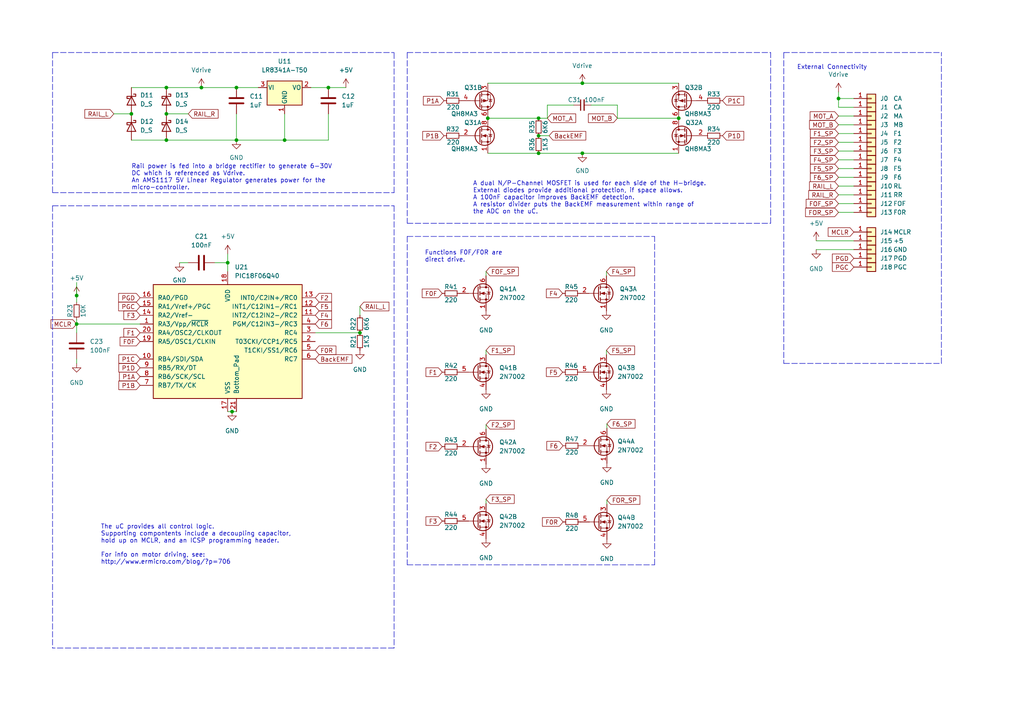
<source format=kicad_sch>
(kicad_sch (version 20211123) (generator eeschema)
  (paper "A4")
  (lib_symbols
    (symbol "Connector_Generic:Conn_01x01" (pin_names (offset 1.016) hide)
      (property "Reference" "J" (at 0 2.54 0))
      (property "Value" "Conn_01x01" (at 0 -2.54 0))
      (symbol "Conn_01x01_1_1"
        (rectangle (start -1.27 0.127) (end 0 -0.127) (stroke (width 0.1524)))
        (rectangle (start -1.27 1.27) (end 1.27 -1.27) (stroke (width 0.254)) (fill (type background)))
        (pin passive line (at -5.08 0 0) (length 3.81) (name "Pin_1") (number "1"))
      )
    )
    (symbol "DCC Project Symbols:PIC18F06Q40" (pin_names (offset 1.27))
      (property "Reference" "U" (at -20.32 17.78 0))
      (property "Value" "PIC18F06Q40" (at 24.13 -17.78 0))
      (symbol "PIC18F06Q40_0_1"
        (rectangle (start -21.59 16.51) (end 21.59 -16.51) (stroke (width 0.254)) (fill (type background)))
      )
      (symbol "PIC18F06Q40_1_1"
        (pin bidirectional line (at -25.4 5.08 0) (length 3.81) (name "RA3/Vpp/~{MCLR}") (number "1"))
        (pin bidirectional line (at -25.4 -5.08 0) (length 3.81) (name "RB4/SDI/SDA") (number "10"))
        (pin bidirectional line (at 25.4 7.62 180) (length 3.81) (name "INT2/C12IN2-/RC2") (number "11"))
        (pin bidirectional line (at 25.4 10.16 180) (length 3.81) (name "INT1/C12IN1-/RC1") (number "12"))
        (pin bidirectional line (at 25.4 12.7 180) (length 3.81) (name "INT0/C2IN+/RC0") (number "13"))
        (pin input line (at -25.4 7.62 0) (length 3.81) (name "RA2/Vref-") (number "14"))
        (pin bidirectional line (at -25.4 10.16 0) (length 3.81) (name "RA1/Vref+/PGC") (number "15"))
        (pin bidirectional line (at -25.4 12.7 0) (length 3.81) (name "RA0/PGD") (number "16"))
        (pin power_in line (at 0 -20.32 90) (length 3.81) (name "VSS") (number "17"))
        (pin power_in line (at 0 20.32 270) (length 3.81) (name "VDD") (number "18"))
        (pin bidirectional line (at -25.4 0 0) (length 3.81) (name "RA5/OSC1/CLKIN") (number "19"))
        (pin bidirectional line (at 25.4 0 180) (length 3.81) (name "T03CKI/CCP1/RC5") (number "2"))
        (pin bidirectional line (at -25.4 2.54 0) (length 3.81) (name "RA4/OSC2/CLKOUT") (number "20"))
        (pin power_in line (at 2.54 -20.32 90) (length 3.81) (name "Bottom_Pad") (number "21"))
        (pin bidirectional line (at 25.4 2.54 180) (length 3.81) (name "RC4") (number "3"))
        (pin bidirectional line (at 25.4 5.08 180) (length 3.81) (name "PGM/C12IN3-/RC3") (number "4"))
        (pin bidirectional line (at 25.4 -2.54 180) (length 3.81) (name "T1CKI/SS1/RC6") (number "5"))
        (pin bidirectional line (at 25.4 -5.08 180) (length 3.81) (name "RC7") (number "6"))
        (pin bidirectional line (at -25.4 -12.7 0) (length 3.81) (name "RB7/TX/CK") (number "7"))
        (pin bidirectional line (at -25.4 -10.16 0) (length 3.81) (name "RB6/SCK/SCL") (number "8"))
        (pin bidirectional line (at -25.4 -7.62 0) (length 3.81) (name "RB5/RX/DT") (number "9"))
      )
    )
    (symbol "Device:C" (pin_numbers hide) (pin_names (offset 0.254))
      (property "Reference" "C" (at 0.635 2.54 0))
      (property "Value" "C" (at 0.635 -2.54 0))
      (symbol "C_0_1"
        (polyline (pts (xy -2.032 -0.762) (xy 2.032 -0.762)) (stroke (width 0.508)))
        (polyline (pts (xy -2.032 0.762) (xy 2.032 0.762)) (stroke (width 0.508)))
      )
      (symbol "C_1_1"
        (pin passive line (at 0 3.81 270) (length 2.794) (name "~") (number "1"))
        (pin passive line (at 0 -3.81 90) (length 2.794) (name "~") (number "2"))
      )
    )
    (symbol "Device:C_Small" (pin_numbers hide) (pin_names (offset 0.254) hide)
      (property "Reference" "C" (at 0.254 1.778 0))
      (property "Value" "C_Small" (at 0.254 -2.032 0))
      (symbol "C_Small_0_1"
        (polyline (pts (xy -1.524 -0.508) (xy 1.524 -0.508)) (stroke (width 0.3302)))
        (polyline (pts (xy -1.524 0.508) (xy 1.524 0.508)) (stroke (width 0.3048)))
      )
      (symbol "C_Small_1_1"
        (pin passive line (at 0 2.54 270) (length 2.032) (name "~") (number "1"))
        (pin passive line (at 0 -2.54 90) (length 2.032) (name "~") (number "2"))
      )
    )
    (symbol "Device:D_Schottky" (pin_numbers hide) (pin_names (offset 1.016) hide)
      (property "Reference" "D" (at 0 2.54 0))
      (property "Value" "D_Schottky" (at 0 -2.54 0))
      (symbol "D_Schottky_0_1"
        (polyline (pts (xy 1.27 0) (xy -1.27 0)))
        (polyline (pts (xy 1.27 1.27) (xy 1.27 -1.27) (xy -1.27 0) (xy 1.27 1.27)) (stroke (width 0.254)))
        (polyline (pts (xy -1.905 0.635) (xy -1.905 1.27) (xy -1.27 1.27) (xy -1.27 -1.27) (xy -0.635 -1.27) (xy -0.635 -0.635)) (stroke (width 0.254)))
      )
      (symbol "D_Schottky_1_1"
        (pin passive line (at -3.81 0 0) (length 2.54) (name "K") (number "1"))
        (pin passive line (at 3.81 0 180) (length 2.54) (name "A") (number "2"))
      )
    )
    (symbol "Device:R_Small" (pin_numbers hide) (pin_names (offset 0.254) hide)
      (property "Reference" "R" (at 0.762 0.508 0))
      (property "Value" "R_Small" (at 0.762 -1.016 0))
      (symbol "R_Small_0_1"
        (rectangle (start -0.762 1.778) (end 0.762 -1.778) (stroke (width 0.2032)))
      )
      (symbol "R_Small_1_1"
        (pin passive line (at 0 2.54 270) (length 0.762) (name "~") (number "1"))
        (pin passive line (at 0 -2.54 90) (length 0.762) (name "~") (number "2"))
      )
    )
    (symbol "Leo's Library:TPC8408" (pin_names hide)
      (property "Reference" "Q" (at 5.08 1.905 0))
      (property "Value" "TPC8408" (at 5.08 0 0))
      (symbol "TPC8408_0_1"
        (polyline (pts (xy 0.254 0) (xy -2.54 0)))
        (polyline (pts (xy 0.254 1.905) (xy 0.254 -1.905)) (stroke (width 0.254)))
        (polyline (pts (xy 0.762 -1.27) (xy 0.762 -2.286)) (stroke (width 0.254)))
        (polyline (pts (xy 0.762 0.508) (xy 0.762 -0.508)) (stroke (width 0.254)))
        (polyline (pts (xy 0.762 2.286) (xy 0.762 1.27)) (stroke (width 0.254)))
        (polyline (pts (xy 2.54 2.54) (xy 2.54 1.778)))
        (polyline (pts (xy 2.54 -2.54) (xy 2.54 0) (xy 0.762 0)))
        (polyline (pts (xy 0.762 -1.778) (xy 3.302 -1.778) (xy 3.302 1.778) (xy 0.762 1.778)))
        (circle (center 1.651 0) (radius 2.794) (stroke (width 0.254)))
        (circle (center 2.54 -1.778) (radius 0.254) (fill (type outline)))
        (circle (center 2.54 1.778) (radius 0.254) (fill (type outline)))
      )
      (symbol "TPC8408_1_1"
        (polyline (pts (xy 1.016 0) (xy 2.032 0.381) (xy 2.032 -0.381) (xy 1.016 0)) (fill (type outline)))
        (polyline (pts (xy 2.794 0.508) (xy 2.921 0.381) (xy 3.683 0.381) (xy 3.81 0.254)))
        (polyline (pts (xy 3.302 0.381) (xy 2.921 -0.254) (xy 3.683 -0.254) (xy 3.302 0.381)))
        (pin passive line (at 2.54 -5.08 90) (length 2.54) (name "S") (number "1"))
        (pin input line (at -5.08 0 0) (length 2.54) (name "G") (number "2"))
        (pin passive line (at 2.54 5.08 270) (length 2.54) hide (name "D") (number "7"))
        (pin passive line (at 2.54 5.08 270) (length 2.54) (name "D") (number "8"))
      )
      (symbol "TPC8408_2_1"
        (polyline (pts (xy 2.286 0) (xy 1.27 0.381) (xy 1.27 -0.381) (xy 2.286 0)) (fill (type outline)))
        (polyline (pts (xy 2.794 -0.508) (xy 2.921 -0.381) (xy 3.683 -0.381) (xy 3.81 -0.254)))
        (polyline (pts (xy 3.302 -0.381) (xy 2.921 0.254) (xy 3.683 0.254) (xy 3.302 -0.381)))
        (pin passive line (at 2.54 -5.08 90) (length 2.54) (name "1") (number "3"))
        (pin input line (at -5.08 0 0) (length 2.54) (name "G") (number "4"))
        (pin passive line (at 2.54 5.08 270) (length 2.54) hide (name "D") (number "5"))
        (pin passive line (at 2.54 5.08 270) (length 2.54) (name "D") (number "6"))
      )
    )
    (symbol "Regulator_Linear:AMS1117-5.0" (pin_names (offset 0.254))
      (property "Reference" "U" (at -3.81 3.175 0))
      (property "Value" "AMS1117-5.0" (at 0 3.175 0))
      (symbol "AMS1117-5.0_0_1"
        (rectangle (start -5.08 -5.08) (end 5.08 1.905) (stroke (width 0.254)) (fill (type background)))
      )
      (symbol "AMS1117-5.0_1_1"
        (pin power_in line (at 0 -7.62 90) (length 2.54) (name "GND") (number "1"))
        (pin power_out line (at 7.62 0 180) (length 2.54) (name "VO") (number "2"))
        (pin power_in line (at -7.62 0 0) (length 2.54) (name "VI") (number "3"))
      )
    )
    (symbol "Transistor_FET:FDG1024NZ" (pin_names hide)
      (property "Reference" "Q" (at 5.08 1.905 0))
      (property "Value" "FDG1024NZ" (at 5.08 0 0))
      (symbol "FDG1024NZ_0_1"
        (polyline (pts (xy 0.254 0) (xy -2.54 0)))
        (polyline (pts (xy 0.254 1.905) (xy 0.254 -1.905)) (stroke (width 0.254)))
        (polyline (pts (xy 0.762 -1.27) (xy 0.762 -2.286)) (stroke (width 0.254)))
        (polyline (pts (xy 0.762 0.508) (xy 0.762 -0.508)) (stroke (width 0.254)))
        (polyline (pts (xy 0.762 2.286) (xy 0.762 1.27)) (stroke (width 0.254)))
        (polyline (pts (xy 2.54 2.54) (xy 2.54 1.778)))
        (polyline (pts (xy 2.54 -2.54) (xy 2.54 0) (xy 0.762 0)))
        (polyline (pts (xy 0.762 -1.778) (xy 3.302 -1.778) (xy 3.302 1.778) (xy 0.762 1.778)))
        (polyline (pts (xy 1.016 0) (xy 2.032 0.381) (xy 2.032 -0.381) (xy 1.016 0)) (fill (type outline)))
        (polyline (pts (xy 2.794 0.508) (xy 2.921 0.381) (xy 3.683 0.381) (xy 3.81 0.254)))
        (polyline (pts (xy 3.302 0.381) (xy 2.921 -0.254) (xy 3.683 -0.254) (xy 3.302 0.381)))
        (circle (center 1.651 0) (radius 2.794) (stroke (width 0.254)))
        (circle (center 2.54 -1.778) (radius 0.254) (fill (type outline)))
        (circle (center 2.54 1.778) (radius 0.254) (fill (type outline)))
      )
      (symbol "FDG1024NZ_1_1"
        (pin passive line (at 2.54 -5.08 90) (length 2.54) (name "S") (number "1"))
        (pin passive line (at -5.08 0 0) (length 2.54) (name "G") (number "2"))
        (pin passive line (at 2.54 5.08 270) (length 2.54) (name "D") (number "6"))
      )
      (symbol "FDG1024NZ_2_1"
        (pin passive line (at 2.54 5.08 270) (length 2.54) (name "D") (number "3"))
        (pin passive line (at 2.54 -5.08 90) (length 2.54) (name "S") (number "4"))
        (pin passive line (at -5.08 0 0) (length 2.54) (name "G") (number "5"))
      )
    )
    (symbol "power:+5V" (power) (pin_names (offset 0))
      (property "Value" "+5V" (at 0 3.556 0))
      (symbol "+5V_0_1"
        (polyline (pts (xy -0.762 1.27) (xy 0 2.54)))
        (polyline (pts (xy 0 0) (xy 0 2.54)))
        (polyline (pts (xy 0 2.54) (xy 0.762 1.27)))
      )
      (symbol "+5V_1_1"
        (pin power_in line (at 0 0 90) (length 0) hide (name "+5V") (number "1"))
      )
    )
    (symbol "power:GND" (power) (pin_names (offset 0))
      (property "Value" "GND" (at 0 -3.81 0))
      (symbol "GND_0_1"
        (polyline (pts (xy 0 0) (xy 0 -1.27) (xy 1.27 -1.27) (xy 0 -2.54) (xy -1.27 -1.27) (xy 0 -1.27)))
      )
      (symbol "GND_1_1"
        (pin power_in line (at 0 0 270) (length 0) hide (name "GND") (number "1"))
      )
    )
    (symbol "power:Vdrive" (power) (pin_names (offset 0))
      (property "Value" "Vdrive" (at 0 3.81 0))
      (symbol "Vdrive_0_1"
        (polyline (pts (xy -0.762 1.27) (xy 0 2.54)))
        (polyline (pts (xy 0 0) (xy 0 2.54)))
        (polyline (pts (xy 0 2.54) (xy 0.762 1.27)))
      )
      (symbol "Vdrive_1_1"
        (pin power_in line (at 0 0 90) (length 0) hide (name "Vdrive") (number "1"))
      )
    )
  )
  (junction (at 68.58 25.4))
  (junction (at 48.26 33.02))
  (junction (at 58.42 25.4))
  (junction (at 168.91 24.13))
  (junction (at 156.21 34.29))
  (junction (at 66.04 76.2))
  (junction (at 104.394 96.52))
  (junction (at 48.26 40.64))
  (junction (at 168.91 44.45))
  (junction (at 95.25 25.4))
  (junction (at 22.225 85.725))
  (junction (at 68.58 40.64))
  (junction (at 196.85 34.29))
  (junction (at 243.205 28.575))
  (junction (at 48.26 25.4))
  (junction (at 156.21 44.45))
  (junction (at 38.1 33.02))
  (junction (at 141.478 34.29))
  (junction (at 22.225 93.98))
  (junction (at 67.31 119.38))
  (junction (at 82.55 40.64))
  (junction (at 156.21 39.37))
  (wire (pts (xy 156.21 39.37) (xy 159.258 39.37)))
  (wire (pts (xy 243.205 53.975) (xy 247.65 53.975)))
  (wire (pts (xy 82.55 40.64) (xy 82.55 33.02)))
  (wire (pts (xy 176.022 145.034) (xy 176.022 146.304)))
  (wire (pts (xy 175.895 78.74) (xy 175.895 80.01)))
  (wire (pts (xy 52.07 76.2) (xy 54.61 76.2)))
  (wire (pts (xy 243.205 59.055) (xy 247.65 59.055)))
  (wire (pts (xy 140.97 78.74) (xy 140.97 80.01)))
  (wire (pts (xy 68.58 33.02) (xy 68.58 40.64)))
  (wire (pts (xy 236.728 72.39) (xy 247.65 72.39)))
  (wire (pts (xy 140.97 144.78) (xy 140.97 146.05)))
  (wire (pts (xy 243.205 31.115) (xy 247.65 31.115)))
  (wire (pts (xy 168.91 24.13) (xy 196.85 24.13)))
  (wire (pts (xy 95.25 25.4) (xy 100.33 25.4)))
  (wire (pts (xy 67.31 119.38) (xy 68.58 119.38)))
  (polyline (pts (xy 227.33 15.24) (xy 273.05 15.24)))
  (wire (pts (xy 141.478 44.45) (xy 156.21 44.45)))
  (wire (pts (xy 141.478 34.29) (xy 156.21 34.29)))
  (wire (pts (xy 66.04 73.66) (xy 66.04 76.2)))
  (wire (pts (xy 140.97 101.6) (xy 140.97 102.87)))
  (wire (pts (xy 58.42 25.4) (xy 68.58 25.4)))
  (wire (pts (xy 22.225 92.71) (xy 22.225 93.98)))
  (wire (pts (xy 82.55 40.64) (xy 95.25 40.64)))
  (wire (pts (xy 243.205 38.735) (xy 247.65 38.735)))
  (wire (pts (xy 48.26 40.64) (xy 68.58 40.64)))
  (polyline (pts (xy 273.05 105.41) (xy 273.05 15.24)))
  (wire (pts (xy 243.205 48.895) (xy 247.65 48.895)))
  (wire (pts (xy 243.205 43.815) (xy 247.65 43.815)))
  (wire (pts (xy 156.21 34.29) (xy 158.75 34.29)))
  (wire (pts (xy 243.205 33.655) (xy 247.65 33.655)))
  (wire (pts (xy 243.205 56.515) (xy 247.65 56.515)))
  (polyline (pts (xy 118.11 64.77) (xy 223.52 64.77)))
  (wire (pts (xy 243.205 61.595) (xy 247.65 61.595)))
  (polyline (pts (xy 227.33 15.24) (xy 227.33 105.41)))
  (wire (pts (xy 91.44 96.52) (xy 104.394 96.52)))
  (wire (pts (xy 156.21 44.45) (xy 168.91 44.45)))
  (wire (pts (xy 243.205 51.435) (xy 247.65 51.435)))
  (wire (pts (xy 48.26 33.02) (xy 54.61 33.02)))
  (polyline (pts (xy 227.33 105.41) (xy 273.05 105.41)))
  (wire (pts (xy 140.97 123.19) (xy 140.97 124.46)))
  (wire (pts (xy 33.02 33.02) (xy 38.1 33.02)))
  (wire (pts (xy 38.1 25.4) (xy 48.26 25.4)))
  (wire (pts (xy 22.225 85.725) (xy 22.225 87.63)))
  (wire (pts (xy 176.022 122.936) (xy 176.022 124.206)))
  (wire (pts (xy 95.25 33.02) (xy 95.25 40.64)))
  (wire (pts (xy 243.205 28.575) (xy 243.205 31.115)))
  (wire (pts (xy 243.205 26.67) (xy 243.205 28.575)))
  (polyline (pts (xy 118.11 68.58) (xy 118.11 163.83)))
  (polyline (pts (xy 223.52 64.77) (xy 223.52 15.24)))
  (polyline (pts (xy 118.11 68.58) (xy 189.865 68.58)))
  (wire (pts (xy 68.58 40.64) (xy 82.55 40.64)))
  (polyline (pts (xy 118.11 15.24) (xy 223.52 15.24)))
  (wire (pts (xy 66.04 76.2) (xy 66.04 78.74)))
  (wire (pts (xy 68.58 25.4) (xy 74.93 25.4)))
  (wire (pts (xy 175.895 101.6) (xy 175.895 102.87)))
  (wire (pts (xy 243.205 41.275) (xy 247.65 41.275)))
  (wire (pts (xy 62.23 76.2) (xy 66.04 76.2)))
  (polyline (pts (xy 118.11 15.24) (xy 118.11 64.77)))
  (wire (pts (xy 179.07 30.48) (xy 179.07 34.29)))
  (wire (pts (xy 22.225 85.725) (xy 22.225 81.915)))
  (polyline (pts (xy 15.24 15.24) (xy 114.3 15.24)))
  (wire (pts (xy 158.75 30.48) (xy 158.75 34.29)))
  (wire (pts (xy 166.37 30.48) (xy 158.75 30.48)))
  (wire (pts (xy 90.17 25.4) (xy 95.25 25.4)))
  (wire (pts (xy 243.205 46.355) (xy 247.65 46.355)))
  (wire (pts (xy 141.478 24.13) (xy 168.91 24.13)))
  (wire (pts (xy 243.205 28.575) (xy 247.65 28.575)))
  (polyline (pts (xy 118.11 163.83) (xy 189.865 163.83)))
  (wire (pts (xy 179.07 34.29) (xy 196.85 34.29)))
  (wire (pts (xy 48.26 25.4) (xy 58.42 25.4)))
  (wire (pts (xy 66.04 119.38) (xy 67.31 119.38)))
  (wire (pts (xy 22.225 104.14) (xy 22.225 105.41)))
  (wire (pts (xy 243.205 36.195) (xy 247.65 36.195)))
  (wire (pts (xy 236.728 69.85) (xy 247.65 69.85)))
  (wire (pts (xy 22.225 93.98) (xy 22.225 96.52)))
  (polyline (pts (xy 15.24 15.24) (xy 15.24 55.88)))
  (wire (pts (xy 22.225 93.98) (xy 40.64 93.98)))
  (polyline (pts (xy 114.3 55.88) (xy 114.3 15.24)))
  (polyline (pts (xy 189.865 163.83) (xy 189.865 68.58)))
  (polyline (pts (xy 114.3 187.96) (xy 15.24 187.96)))
  (polyline (pts (xy 15.24 59.69) (xy 15.24 187.96)))
  (wire (pts (xy 38.1 40.64) (xy 48.26 40.64)))
  (wire (pts (xy 171.45 30.48) (xy 179.07 30.48)))
  (wire (pts (xy 168.91 44.45) (xy 196.85 44.45)))
  (wire (pts (xy 104.394 88.9) (xy 104.394 91.44)))
  (polyline (pts (xy 15.24 59.69) (xy 114.3 59.69)))
  (polyline (pts (xy 114.3 59.69) (xy 114.3 187.96)))
  (polyline (pts (xy 15.24 55.88) (xy 114.3 55.88)))
  (text "External Connectivity" (at 231.14 20.32 0) (effects (font (size 1.27 1.27)) (justify left bottom)))
  (text "The uC provides all control logic.\nSupporting compontents include a decoupling capacitor,\nhold up on MCLR, and an ICSP programming header.\n\nFor info on motor driving, see:\nhttp://www.ermicro.com/blog/?p=706" (at 29.21 163.83 0) (effects (font (size 1.27 1.27)) (justify left bottom)))
  (text "A dual N/P-Channel MOSFET is used for each side of the H-bridge.\nExternal diodes provide additional protection, if space allows.\nA 100nF capacitor improves BackEMF detection.\nA resistor divider puts the BackEMF measurement within range of\nthe ADC on the uC." (at 137.16 62.23 0) (effects (font (size 1.27 1.27)) (justify left bottom)))
  (text "Functions F0F/F0R are \ndirect drive." (at 123.19 76.2 0) (effects (font (size 1.27 1.27)) (justify left bottom)))
  (text "Rail power is fed into a bridge rectifier to generate 6-30V\nDC which is referenced as Vdrive.\nAn AMS1117 5V Linear Regulator generates power for the\nmicro-controller." (at 38.1 55.245 0) (effects (font (size 1.27 1.27)) (justify left bottom)))
  (global_label "F2" (shape input) (at 128.27 129.54 180) (property "Intersheet References" "${INTERSHEET_REFS}" (effects hide)))
  (global_label "PGD" (shape input) (at 40.64 86.36 180) (property "Intersheet References" "${INTERSHEET_REFS}" (effects hide)))
  (global_label "RAIL_L" (shape input) (at 243.205 53.975 180) (property "Intersheet References" "${INTERSHEET_REFS}" (effects hide)))
  (global_label "MOT_A" (shape input) (at 243.205 33.655 180) (property "Intersheet References" "${INTERSHEET_REFS}" (effects hide)))
  (global_label "RAIL_L" (shape input) (at 33.02 33.02 180) (property "Intersheet References" "${INTERSHEET_REFS}" (effects hide)))
  (global_label "P1A" (shape input) (at 40.64 109.22 180) (property "Intersheet References" "${INTERSHEET_REFS}" (effects hide)))
  (global_label "F0F" (shape input) (at 128.27 85.09 180) (property "Intersheet References" "${INTERSHEET_REFS}" (effects hide)))
  (global_label "MOT_B" (shape input) (at 179.07 34.29 180) (property "Intersheet References" "${INTERSHEET_REFS}" (effects hide)))
  (global_label "BackEMF" (shape input) (at 159.258 39.37 0) (property "Intersheet References" "${INTERSHEET_REFS}" (effects hide)))
  (global_label "MCLR" (shape input) (at 22.225 93.98 180) (property "Intersheet References" "${INTERSHEET_REFS}" (effects hide)))
  (global_label "P1B" (shape input) (at 40.64 111.76 180) (property "Intersheet References" "${INTERSHEET_REFS}" (effects hide)))
  (global_label "F1" (shape input) (at 128.27 107.95 180) (property "Intersheet References" "${INTERSHEET_REFS}" (effects hide)))
  (global_label "FOR_SP" (shape input) (at 176.022 145.034 0) (property "Intersheet References" "${INTERSHEET_REFS}" (effects hide)))
  (global_label "RAIL_L" (shape input) (at 104.394 88.9 0) (property "Intersheet References" "${INTERSHEET_REFS}" (effects hide)))
  (global_label "MCLR" (shape input) (at 247.65 67.31 180) (property "Intersheet References" "${INTERSHEET_REFS}" (effects hide)))
  (global_label "F4" (shape input) (at 163.195 85.09 180) (property "Intersheet References" "${INTERSHEET_REFS}" (effects hide)))
  (global_label "P1C" (shape input) (at 209.55 29.21 0) (property "Intersheet References" "${INTERSHEET_REFS}" (effects hide)))
  (global_label "F6" (shape input) (at 163.322 129.286 180) (property "Intersheet References" "${INTERSHEET_REFS}" (effects hide)))
  (global_label "F0R" (shape input) (at 163.322 151.384 180) (property "Intersheet References" "${INTERSHEET_REFS}" (effects hide)))
  (global_label "P1C" (shape input) (at 40.64 104.14 180) (property "Intersheet References" "${INTERSHEET_REFS}" (effects hide)))
  (global_label "F4_SP" (shape input) (at 243.205 46.355 180) (property "Intersheet References" "${INTERSHEET_REFS}" (effects hide)))
  (global_label "F5" (shape input) (at 91.44 88.9 0) (property "Intersheet References" "${INTERSHEET_REFS}" (effects hide)))
  (global_label "F0R" (shape input) (at 91.44 101.6 0) (property "Intersheet References" "${INTERSHEET_REFS}" (effects hide)))
  (global_label "F0F" (shape input) (at 40.64 99.06 180) (property "Intersheet References" "${INTERSHEET_REFS}" (effects hide)))
  (global_label "F2" (shape input) (at 91.44 86.36 0) (property "Intersheet References" "${INTERSHEET_REFS}" (effects hide)))
  (global_label "RAIL_R" (shape input) (at 54.61 33.02 0) (property "Intersheet References" "${INTERSHEET_REFS}" (effects hide)))
  (global_label "F6_SP" (shape input) (at 176.022 122.936 0) (property "Intersheet References" "${INTERSHEET_REFS}" (effects hide)))
  (global_label "F4_SP" (shape input) (at 175.895 78.74 0) (property "Intersheet References" "${INTERSHEET_REFS}" (effects hide)))
  (global_label "RAIL_R" (shape input) (at 243.205 56.515 180) (property "Intersheet References" "${INTERSHEET_REFS}" (effects hide)))
  (global_label "PGC" (shape input) (at 40.64 88.9 180) (property "Intersheet References" "${INTERSHEET_REFS}" (effects hide)))
  (global_label "F3_SP" (shape input) (at 243.205 43.815 180) (property "Intersheet References" "${INTERSHEET_REFS}" (effects hide)))
  (global_label "FOF_SP" (shape input) (at 243.205 59.055 180) (property "Intersheet References" "${INTERSHEET_REFS}" (effects hide)))
  (global_label "F3_SP" (shape input) (at 140.97 144.78 0) (property "Intersheet References" "${INTERSHEET_REFS}" (effects hide)))
  (global_label "F3" (shape input) (at 128.27 151.13 180) (property "Intersheet References" "${INTERSHEET_REFS}" (effects hide)))
  (global_label "F1_SP" (shape input) (at 140.97 101.6 0) (property "Intersheet References" "${INTERSHEET_REFS}" (effects hide)))
  (global_label "F5" (shape input) (at 163.195 107.95 180) (property "Intersheet References" "${INTERSHEET_REFS}" (effects hide)))
  (global_label "F6" (shape input) (at 91.44 93.98 0) (property "Intersheet References" "${INTERSHEET_REFS}" (effects hide)))
  (global_label "BackEMF" (shape input) (at 91.44 104.14 0) (property "Intersheet References" "${INTERSHEET_REFS}" (effects hide)))
  (global_label "F4" (shape input) (at 91.44 91.44 0) (property "Intersheet References" "${INTERSHEET_REFS}" (effects hide)))
  (global_label "PGC" (shape input) (at 247.65 77.47 180) (property "Intersheet References" "${INTERSHEET_REFS}" (effects hide)))
  (global_label "P1D" (shape input) (at 209.55 39.37 0) (property "Intersheet References" "${INTERSHEET_REFS}" (effects hide)))
  (global_label "F6_SP" (shape input) (at 243.205 51.435 180) (property "Intersheet References" "${INTERSHEET_REFS}" (effects hide)))
  (global_label "MOT_A" (shape input) (at 158.75 34.29 0) (property "Intersheet References" "${INTERSHEET_REFS}" (effects hide)))
  (global_label "MOT_B" (shape input) (at 243.205 36.195 180) (property "Intersheet References" "${INTERSHEET_REFS}" (effects hide)))
  (global_label "PGD" (shape input) (at 247.65 74.93 180) (property "Intersheet References" "${INTERSHEET_REFS}" (effects hide)))
  (global_label "F1" (shape input) (at 40.64 96.52 180) (property "Intersheet References" "${INTERSHEET_REFS}" (effects hide)))
  (global_label "F1_SP" (shape input) (at 243.205 38.735 180) (property "Intersheet References" "${INTERSHEET_REFS}" (effects hide)))
  (global_label "FOF_SP" (shape input) (at 140.97 78.74 0) (property "Intersheet References" "${INTERSHEET_REFS}" (effects hide)))
  (global_label "F3" (shape input) (at 40.64 91.44 180) (property "Intersheet References" "${INTERSHEET_REFS}" (effects hide)))
  (global_label "P1A" (shape input) (at 128.778 29.21 180) (property "Intersheet References" "${INTERSHEET_REFS}" (effects hide)))
  (global_label "F2_SP" (shape input) (at 140.97 123.19 0) (property "Intersheet References" "${INTERSHEET_REFS}" (effects hide)))
  (global_label "P1B" (shape input) (at 128.778 39.37 180) (property "Intersheet References" "${INTERSHEET_REFS}" (effects hide)))
  (global_label "F5_SP" (shape input) (at 175.895 101.6 0) (property "Intersheet References" "${INTERSHEET_REFS}" (effects hide)))
  (global_label "P1D" (shape input) (at 40.64 106.68 180) (property "Intersheet References" "${INTERSHEET_REFS}" (effects hide)))
  (global_label "FOR_SP" (shape input) (at 243.205 61.595 180) (property "Intersheet References" "${INTERSHEET_REFS}" (effects hide)))
  (global_label "F2_SP" (shape input) (at 243.205 41.275 180) (property "Intersheet References" "${INTERSHEET_REFS}" (effects hide)))
  (global_label "F5_SP" (shape input) (at 243.205 48.895 180) (property "Intersheet References" "${INTERSHEET_REFS}" (effects hide)))
  (symbol (lib_id "power:GND") (at 236.728 72.39 0) (unit 1)
    (property "Reference" "#PWR0105" (effects hide))
    (property "Value" "GND" (at 236.728 77.978 0))
  )
  (symbol (lib_id "Connector_Generic:Conn_01x01") (at 252.73 41.275 0) (unit 1)
    (property "Reference" "J5" (at 255.27 41.275 0) (effects (justify left)))
    (property "Value" "F2" (at 259.08 41.275 0) (effects (justify left)))
    (property "Footprint" "Connector_Wire:SolderWirePad_1x01_SMD_1x2mm" (effects hide))
  )
  (symbol (lib_id "power:GND") (at 176.022 134.366 0) (unit 1)
    (property "Reference" "#PWR047" (effects hide))
    (property "Value" "GND" (at 176.022 139.954 0))
  )
  (symbol (lib_id "power:GND") (at 140.97 113.03 0) (unit 1)
    (property "Reference" "#PWR042" (effects hide))
    (property "Value" "GND" (at 140.97 118.618 0))
  )
  (symbol (lib_id "Connector_Generic:Conn_01x01") (at 252.73 69.85 0) (unit 1)
    (property "Reference" "J15" (at 255.27 69.85 0) (effects (justify left)))
    (property "Value" "+5" (at 259.08 69.85 0) (effects (justify left)))
    (property "Footprint" "Connector_Wire:SolderWirePad_1x01_SMD_1x2mm" (effects hide))
  )
  (symbol (lib_id "power:Vdrive") (at 168.91 24.13 0) (unit 1)
    (property "Reference" "#PWR0102" (effects hide))
    (property "Value" "Vdrive" (at 168.91 19.05 0))
  )
  (symbol (lib_id "Device:C") (at 22.225 100.33 180) (unit 1)
    (property "Reference" "C23" (at 26.035 99.0599 0) (effects (justify right)))
    (property "Value" "100nF" (at 26.035 101.5999 0) (effects (justify right)))
    (property "Footprint" "Capacitor_SMD:C_0201_0603Metric" (effects hide))
    (property "Datasheet" "Generic Passive" (effects hide))
    (property "Specification" "0402 50V 100nF X7R 10%" (effects hide))
  )
  (symbol (lib_id "Leo's Library:TPC8408") (at 199.39 29.21 180) (unit 2)
    (property "Reference" "Q32" (at 203.835 25.4 0) (effects (justify left)))
    (property "Value" "QH8MA3" (at 206.375 33.02 0) (effects (justify left)))
    (property "Footprint" "DCC Project Footprints:TSMT8" (effects hide))
    (property "Datasheet" "https://www.rohm.com/products/mosfets/small-signal/dual/qh8ma3-product" (effects hide))
    (property "Specification" "TSMT8, Vdss 30V, Id 7A" (effects hide))
  )
  (symbol (lib_id "Connector_Generic:Conn_01x01") (at 252.73 48.895 0) (unit 1)
    (property "Reference" "J8" (at 255.27 48.895 0) (effects (justify left)))
    (property "Value" "F5" (at 259.08 48.895 0) (effects (justify left)))
    (property "Footprint" "Connector_Wire:SolderWirePad_1x01_SMD_1x2mm" (effects hide))
  )
  (symbol (lib_id "power:GND") (at 175.895 113.03 0) (unit 1)
    (property "Reference" "#PWR046" (effects hide))
    (property "Value" "GND" (at 175.895 118.618 0))
  )
  (symbol (lib_id "Device:D_Schottky") (at 38.1 36.83 270) (unit 1)
    (property "Reference" "D12" (at 40.64 35.2424 90) (effects (justify left)))
    (property "Value" "D_S" (at 40.64 37.7824 90) (effects (justify left)))
    (property "Footprint" "Diode_SMD:D_SOD-523" (effects hide))
    (property "Datasheet" "https://datasheet.lcsc.com/lcsc/2208261730_BORN-B5819WT_C2997265.pdf" (effects hide))
    (property "Specification" "SOD-523, 50V, 1A Schottky barrier rectifier diode" (effects hide))
  )
  (symbol (lib_id "Connector_Generic:Conn_01x01") (at 252.73 46.355 0) (unit 1)
    (property "Reference" "J7" (at 255.27 46.355 0) (effects (justify left)))
    (property "Value" "F4" (at 259.08 46.355 0) (effects (justify left)))
    (property "Footprint" "Connector_Wire:SolderWirePad_1x01_SMD_1x2mm" (effects hide))
  )
  (symbol (lib_id "Device:R_Small") (at 165.735 85.09 90) (unit 1)
    (property "Reference" "R45" (at 165.735 83.185 90))
    (property "Value" "220" (at 165.735 86.995 90))
    (property "Footprint" "Resistor_SMD:R_0201_0603Metric" (effects hide))
    (property "Datasheet" "Generic Passive" (effects hide))
    (property "Specification" "0402 220 Ω 1% 1/8W" (effects hide))
  )
  (symbol (lib_id "Connector_Generic:Conn_01x01") (at 252.73 77.47 0) (unit 1)
    (property "Reference" "J18" (at 255.27 77.47 0) (effects (justify left)))
    (property "Value" "PGC" (at 259.08 77.47 0) (effects (justify left)))
    (property "Footprint" "Connector_Wire:SolderWirePad_1x01_SMD_1x2mm" (effects hide))
  )
  (symbol (lib_id "Transistor_FET:FDG1024NZ") (at 138.43 129.54 0) (unit 1)
    (property "Reference" "Q42" (at 144.78 128.2699 0) (effects (justify left)))
    (property "Value" "2N7002" (at 144.78 130.8099 0) (effects (justify left)))
    (property "Footprint" "Package_TO_SOT_SMD:SOT-363_SC-70-6" (effects hide))
    (property "Datasheet" "https://datasheet.lcsc.com/lcsc/2010151636_FUXINSEMI-2N7002KD_C880912.pdf" (effects hide))
    (property "Specification" "SOT-363, 2xNPN Vdss 60V Id 300ma" (effects hide))
  )
  (symbol (lib_id "power:GND") (at 67.31 119.38 0) (unit 1)
    (property "Reference" "#PWR023" (effects hide))
    (property "Value" "GND" (at 67.31 124.968 0))
  )
  (symbol (lib_id "Device:R_Small") (at 104.394 93.98 0) (mirror y) (unit 1)
    (property "Reference" "R22" (at 102.489 93.98 90))
    (property "Value" "6K6" (at 106.299 93.98 90))
    (property "Footprint" "Resistor_SMD:R_0201_0603Metric" (effects hide))
    (property "Datasheet" "Generic Passive" (effects hide))
    (property "Specification" "0402 6.65K Ω 1% 1/8W" (effects hide))
  )
  (symbol (lib_id "Device:R_Small") (at 156.21 41.91 180) (unit 1)
    (property "Reference" "R36" (at 154.305 41.91 90))
    (property "Value" "1K3" (at 158.115 41.91 90))
    (property "Footprint" "Resistor_SMD:R_0201_0603Metric" (effects hide))
    (property "Datasheet" "Generic Passive" (effects hide))
    (property "Specification" "0402 1.33K Ω 1% 1/8W" (effects hide))
  )
  (symbol (lib_id "Regulator_Linear:AMS1117-5.0") (at 82.55 25.4 0) (unit 1)
    (property "Reference" "U11" (at 82.55 17.78 0))
    (property "Value" "LR8341A-T50" (at 82.55 20.32 0))
    (property "Footprint" "Package_TO_SOT_SMD:SOT-23" (effects hide))
    (property "Datasheet" "https://datasheet.lcsc.com/lcsc/2105241807_LR-LR8341A-T50_C2829466.pdf" (effects hide))
    (property "Specification" "5V Linear Regulator" (effects hide))
  )
  (symbol (lib_id "Transistor_FET:FDG1024NZ") (at 173.482 151.384 0) (unit 2)
    (property "Reference" "Q44" (at 179.07 150.1139 0) (effects (justify left)))
    (property "Value" "2N7002" (at 179.07 152.6539 0) (effects (justify left)))
    (property "Footprint" "Package_TO_SOT_SMD:SOT-363_SC-70-6" (effects hide))
    (property "Datasheet" "https://datasheet.lcsc.com/lcsc/2010151636_FUXINSEMI-2N7002KD_C880912.pdf" (effects hide))
    (property "Specification" "SOT-363, 2xNPN Vdss 60V Id 300ma" (effects hide))
  )
  (symbol (lib_id "Connector_Generic:Conn_01x01") (at 252.73 33.655 0) (unit 1)
    (property "Reference" "J2" (at 255.27 33.655 0) (effects (justify left)))
    (property "Value" "MA" (at 259.08 33.655 0) (effects (justify left)))
    (property "Footprint" "Connector_Wire:SolderWirePad_1x01_SMD_1x2mm" (effects hide))
  )
  (symbol (lib_id "power:Vdrive") (at 58.42 25.4 0) (unit 1)
    (property "Reference" "#PWR0103" (effects hide))
    (property "Value" "Vdrive" (at 58.42 20.32 0))
  )
  (symbol (lib_id "power:GND") (at 52.07 76.2 0) (unit 1)
    (property "Reference" "#PWR021" (effects hide))
    (property "Value" "GND" (at 52.07 81.28 0))
  )
  (symbol (lib_id "Device:R_Small") (at 130.81 151.13 90) (unit 1)
    (property "Reference" "R44" (at 130.81 149.225 90))
    (property "Value" "220" (at 130.81 153.035 90))
    (property "Footprint" "Resistor_SMD:R_0201_0603Metric" (effects hide))
    (property "Datasheet" "Generic Passive" (effects hide))
    (property "Specification" "0402 220 Ω 1% 1/8W" (effects hide))
  )
  (symbol (lib_id "Connector_Generic:Conn_01x01") (at 252.73 53.975 0) (unit 1)
    (property "Reference" "J10" (at 255.27 53.975 0) (effects (justify left)))
    (property "Value" "RL" (at 259.08 53.975 0) (effects (justify left)))
    (property "Footprint" "Connector_Wire:SolderWirePad_1x01_SMD_1x2mm" (effects hide))
  )
  (symbol (lib_id "Device:R_Small") (at 207.01 29.21 90) (unit 1)
    (property "Reference" "R33" (at 207.01 27.305 90))
    (property "Value" "220" (at 207.01 31.115 90))
    (property "Footprint" "Resistor_SMD:R_0201_0603Metric" (effects hide))
    (property "Datasheet" "Generic Passive" (effects hide))
    (property "Specification" "0402 220 Ω 1% 1/8W" (effects hide))
  )
  (symbol (lib_id "power:GND") (at 140.97 90.17 0) (unit 1)
    (property "Reference" "#PWR041" (effects hide))
    (property "Value" "GND" (at 140.97 95.758 0))
  )
  (symbol (lib_id "Connector_Generic:Conn_01x01") (at 252.73 28.575 0) (unit 1)
    (property "Reference" "J0" (at 255.27 28.575 0) (effects (justify left)))
    (property "Value" "CA" (at 259.08 28.575 0) (effects (justify left)))
    (property "Footprint" "Connector_Wire:SolderWirePad_1x01_SMD_1x2mm" (effects hide))
  )
  (symbol (lib_id "Device:R_Small") (at 165.735 107.95 90) (unit 1)
    (property "Reference" "R46" (at 165.735 106.045 90))
    (property "Value" "220" (at 165.735 109.855 90))
    (property "Footprint" "Resistor_SMD:R_0201_0603Metric" (effects hide))
    (property "Datasheet" "Generic Passive" (effects hide))
    (property "Specification" "0402 220 Ω 1% 1/8W" (effects hide))
  )
  (symbol (lib_id "Device:C") (at 95.25 29.21 0) (unit 1)
    (property "Reference" "C12" (at 99.06 27.9399 0) (effects (justify left)))
    (property "Value" "1uF" (at 99.06 30.4799 0) (effects (justify left)))
    (property "Footprint" "Capacitor_SMD:C_0402_1005Metric" (effects hide))
    (property "Datasheet" "Generic Passive" (effects hide))
    (property "Specification" "0805 50V 10uF X5R 10%" (effects hide))
  )
  (symbol (lib_id "Transistor_FET:FDG1024NZ") (at 138.43 85.09 0) (unit 1)
    (property "Reference" "Q41" (at 144.78 83.8199 0) (effects (justify left)))
    (property "Value" "2N7002" (at 144.78 86.3599 0) (effects (justify left)))
    (property "Footprint" "Package_TO_SOT_SMD:SOT-363_SC-70-6" (effects hide))
    (property "Datasheet" "https://datasheet.lcsc.com/lcsc/2010151636_FUXINSEMI-2N7002KD_C880912.pdf" (effects hide))
    (property "Specification" "SOT-363, 2xNPN Vdss 60V Id 300ma" (effects hide))
  )
  (symbol (lib_id "power:GND") (at 140.97 156.21 0) (unit 1)
    (property "Reference" "#PWR044" (effects hide))
    (property "Value" "GND" (at 140.97 161.798 0))
  )
  (symbol (lib_id "Connector_Generic:Conn_01x01") (at 252.73 56.515 0) (unit 1)
    (property "Reference" "J11" (at 255.27 56.515 0) (effects (justify left)))
    (property "Value" "RR" (at 259.08 56.515 0) (effects (justify left)))
    (property "Footprint" "Connector_Wire:SolderWirePad_1x01_SMD_1x2mm" (effects hide))
  )
  (symbol (lib_id "Device:R_Small") (at 131.318 29.21 90) (unit 1)
    (property "Reference" "R31" (at 131.318 27.305 90))
    (property "Value" "220" (at 131.445 31.115 90))
    (property "Footprint" "Resistor_SMD:R_0201_0603Metric" (effects hide))
    (property "Datasheet" "Generic Passive" (effects hide))
    (property "Specification" "0402 220 Ω 1% 1/8W" (effects hide))
  )
  (symbol (lib_id "Leo's Library:TPC8408") (at 138.938 39.37 0) (unit 1)
    (property "Reference" "Q31" (at 134.62 35.56 0) (effects (justify left)))
    (property "Value" "QH8MA3" (at 130.81 43.18 0) (effects (justify left)))
    (property "Footprint" "DCC Project Footprints:TSMT8" (effects hide))
    (property "Datasheet" "https://www.rohm.com/products/mosfets/small-signal/dual/qh8ma3-product" (effects hide))
    (property "Specification" "TSMT8, Vdss 30V, Id 7A" (effects hide))
  )
  (symbol (lib_id "power:GND") (at 176.022 156.464 0) (unit 1)
    (property "Reference" "#PWR048" (effects hide))
    (property "Value" "GND" (at 176.022 162.052 0))
  )
  (symbol (lib_id "Leo's Library:TPC8408") (at 199.39 39.37 0) (mirror y) (unit 1)
    (property "Reference" "Q32" (at 203.835 35.56 0) (effects (justify left)))
    (property "Value" "QH8MA3" (at 206.375 43.18 0) (effects (justify left)))
    (property "Footprint" "DCC Project Footprints:TSMT8" (effects hide))
    (property "Datasheet" "https://www.rohm.com/products/mosfets/small-signal/dual/qh8ma3-product" (effects hide))
    (property "Specification" "TSMT8, Vdss 30V, Id 7A" (effects hide))
  )
  (symbol (lib_id "Device:R_Small") (at 104.394 99.06 0) (mirror y) (unit 1)
    (property "Reference" "R21" (at 102.489 99.06 90))
    (property "Value" "1K3" (at 106.299 99.06 90))
    (property "Footprint" "Resistor_SMD:R_0201_0603Metric" (effects hide))
    (property "Datasheet" "Generic Passive " (effects hide))
    (property "Specification" "0402 1.33K Ω 1% 1/8W" (effects hide))
  )
  (symbol (lib_id "Device:D_Schottky") (at 48.26 36.83 270) (unit 1)
    (property "Reference" "D14" (at 50.8 35.2424 90) (effects (justify left)))
    (property "Value" "D_S" (at 50.8 37.7824 90) (effects (justify left)))
    (property "Footprint" "Diode_SMD:D_SOD-523" (effects hide))
    (property "Datasheet" "https://datasheet.lcsc.com/lcsc/2208261730_BORN-B5819WT_C2997265.pdf" (effects hide))
    (property "Specification" "SOD-523, 50V, 1A Schottky barrier rectifier diode" (effects hide))
  )
  (symbol (lib_id "Connector_Generic:Conn_01x01") (at 252.73 67.31 0) (unit 1)
    (property "Reference" "J14" (at 255.27 67.31 0) (effects (justify left)))
    (property "Value" "MCLR" (at 259.08 67.31 0) (effects (justify left)))
    (property "Footprint" "Connector_Wire:SolderWirePad_1x01_SMD_1x2mm" (effects hide))
  )
  (symbol (lib_id "Leo's Library:TPC8408") (at 138.938 29.21 0) (mirror x) (unit 2)
    (property "Reference" "Q31" (at 134.62 25.4 0) (effects (justify left)))
    (property "Value" "QH8MA3" (at 130.81 33.02 0) (effects (justify left)))
    (property "Footprint" "DCC Project Footprints:TSMT8" (effects hide))
    (property "Datasheet" "https://www.rohm.com/products/mosfets/small-signal/dual/qh8ma3-product" (effects hide))
    (property "Specification" "TSMT8, Vdss 30V, Id 7A" (effects hide))
  )
  (symbol (lib_id "Transistor_FET:FDG1024NZ") (at 173.355 107.95 0) (unit 2)
    (property "Reference" "Q43" (at 179.07 106.6799 0) (effects (justify left)))
    (property "Value" "2N7002" (at 179.07 109.2199 0) (effects (justify left)))
    (property "Footprint" "Package_TO_SOT_SMD:SOT-363_SC-70-6" (effects hide))
    (property "Datasheet" "https://datasheet.lcsc.com/lcsc/2010151636_FUXINSEMI-2N7002KD_C880912.pdf" (effects hide))
    (property "Specification" "SOT-363, 2xNPN Vdss 60V Id 300ma" (effects hide))
  )
  (symbol (lib_id "power:GND") (at 168.91 44.45 0) (unit 1)
    (property "Reference" "#PWR032" (effects hide))
    (property "Value" "GND" (at 168.91 49.53 0))
  )
  (symbol (lib_id "power:GND") (at 175.895 90.17 0) (unit 1)
    (property "Reference" "#PWR045" (effects hide))
    (property "Value" "GND" (at 175.895 95.758 0))
  )
  (symbol (lib_id "Device:D_Schottky") (at 38.1 29.21 270) (unit 1)
    (property "Reference" "D11" (at 40.64 27.6224 90) (effects (justify left)))
    (property "Value" "D_S" (at 40.64 30.1624 90) (effects (justify left)))
    (property "Footprint" "Diode_SMD:D_SOD-523" (effects hide))
    (property "Datasheet" "https://datasheet.lcsc.com/lcsc/2208261730_BORN-B5819WT_C2997265.pdf" (effects hide))
    (property "Specification" "SOD-523, 50V, 1A Schottky barrier rectifier diode" (effects hide))
  )
  (symbol (lib_id "Connector_Generic:Conn_01x01") (at 252.73 51.435 0) (unit 1)
    (property "Reference" "J9" (at 255.27 51.435 0) (effects (justify left)))
    (property "Value" "F6" (at 259.08 51.435 0) (effects (justify left)))
    (property "Footprint" "Connector_Wire:SolderWirePad_1x01_SMD_1x2mm" (effects hide))
  )
  (symbol (lib_id "Connector_Generic:Conn_01x01") (at 252.73 74.93 0) (unit 1)
    (property "Reference" "J17" (at 255.27 74.93 0) (effects (justify left)))
    (property "Value" "PGD" (at 259.08 74.93 0) (effects (justify left)))
    (property "Footprint" "Connector_Wire:SolderWirePad_1x01_SMD_1x2mm" (effects hide))
  )
  (symbol (lib_id "power:GND") (at 68.58 40.64 0) (unit 1)
    (property "Reference" "#PWR011" (effects hide))
    (property "Value" "GND" (at 68.58 45.72 0))
  )
  (symbol (lib_id "Transistor_FET:FDG1024NZ") (at 173.482 129.286 0) (unit 1)
    (property "Reference" "Q44" (at 179.07 128.0159 0) (effects (justify left)))
    (property "Value" "2N7002" (at 179.07 130.5559 0) (effects (justify left)))
    (property "Footprint" "Package_TO_SOT_SMD:SOT-363_SC-70-6" (effects hide))
    (property "Datasheet" "https://datasheet.lcsc.com/lcsc/2010151636_FUXINSEMI-2N7002KD_C880912.pdf" (effects hide))
    (property "Specification" "SOT-363, 2xNPN Vdss 60V Id 300ma" (effects hide))
  )
  (symbol (lib_id "DCC Project Symbols:PIC18F06Q40") (at 66.04 99.06 0) (unit 1)
    (property "Reference" "U21" (at 68.0594 77.47 0) (effects (justify left)))
    (property "Value" "PIC18F06Q40" (at 68.0594 80.01 0) (effects (justify left)))
    (property "Footprint" "Package_DFN_QFN:VQFN-20-1EP_3x3mm_P0.4mm_EP1.7x1.7mm" (effects hide))
    (property "Datasheet" "https://ww1.microchip.com/downloads/aemDocuments/documents/MCU08/ProductDocuments/DataSheets/PIC18F06-16Q40-Data-Sheet-40002216D.pdf" (effects hide))
  )
  (symbol (lib_id "Device:R_Small") (at 22.225 90.17 0) (mirror y) (unit 1)
    (property "Reference" "R23" (at 20.32 90.17 90))
    (property "Value" "10K" (at 24.13 90.17 90))
    (property "Footprint" "Resistor_SMD:R_0201_0603Metric" (effects hide))
    (property "Datasheet" "Generic Passive" (effects hide))
    (property "Specification" "0402 10K Ω 1% 1/8W" (effects hide))
  )
  (symbol (lib_id "Device:R_Small") (at 130.81 107.95 90) (unit 1)
    (property "Reference" "R42" (at 130.81 106.045 90))
    (property "Value" "220" (at 130.81 109.855 90))
    (property "Footprint" "Resistor_SMD:R_0201_0603Metric" (effects hide))
    (property "Datasheet" "Generic Passive" (effects hide))
    (property "Specification" "0402 220 Ω 1% 1/8W" (effects hide))
  )
  (symbol (lib_id "Device:C") (at 58.42 76.2 90) (unit 1)
    (property "Reference" "C21" (at 58.42 68.58 90))
    (property "Value" "100nF" (at 58.42 71.12 90))
    (property "Footprint" "Capacitor_SMD:C_0201_0603Metric" (effects hide))
    (property "Datasheet" "Generic Passive" (effects hide))
    (property "Specification" "0402 50V 100nF X7R 10%" (effects hide))
  )
  (symbol (lib_id "Device:R_Small") (at 130.81 129.54 90) (unit 1)
    (property "Reference" "R43" (at 130.81 127.635 90))
    (property "Value" "220" (at 130.81 131.445 90))
    (property "Footprint" "Resistor_SMD:R_0201_0603Metric" (effects hide))
    (property "Datasheet" "Generic Passive" (effects hide))
    (property "Specification" "0402 220 Ω 1% 1/8W" (effects hide))
  )
  (symbol (lib_id "Device:R_Small") (at 165.862 129.286 90) (unit 1)
    (property "Reference" "R47" (at 165.862 127.381 90))
    (property "Value" "220" (at 165.862 131.191 90))
    (property "Footprint" "Resistor_SMD:R_0201_0603Metric" (effects hide))
    (property "Datasheet" "Generic Passive" (effects hide))
    (property "Specification" "0402 220 Ω 1% 1/8W" (effects hide))
  )
  (symbol (lib_id "power:+5V") (at 100.33 25.4 0) (unit 1)
    (property "Reference" "#PWR014" (effects hide))
    (property "Value" "+5V" (at 100.33 20.32 0))
  )
  (symbol (lib_id "Device:R_Small") (at 156.21 36.83 180) (unit 1)
    (property "Reference" "R35" (at 154.305 36.83 90))
    (property "Value" "6K6" (at 158.115 36.83 90))
    (property "Footprint" "Resistor_SMD:R_0201_0603Metric" (effects hide))
    (property "Datasheet" "Generic Passive" (effects hide))
    (property "Specification" "0402 6.65K Ω 1% 1/8W" (effects hide))
  )
  (symbol (lib_id "Transistor_FET:FDG1024NZ") (at 173.355 85.09 0) (unit 1)
    (property "Reference" "Q43" (at 179.705 83.8199 0) (effects (justify left)))
    (property "Value" "2N7002" (at 179.705 86.3599 0) (effects (justify left)))
    (property "Footprint" "Package_TO_SOT_SMD:SOT-363_SC-70-6" (effects hide))
    (property "Datasheet" "https://datasheet.lcsc.com/lcsc/2010151636_FUXINSEMI-2N7002KD_C880912.pdf" (effects hide))
    (property "Specification" "SOT-363, 2xNPN Vdss 60V Id 300ma" (effects hide))
  )
  (symbol (lib_id "Connector_Generic:Conn_01x01") (at 252.73 43.815 0) (unit 1)
    (property "Reference" "J6" (at 255.27 43.815 0) (effects (justify left)))
    (property "Value" "F3" (at 259.08 43.815 0) (effects (justify left)))
    (property "Footprint" "Connector_Wire:SolderWirePad_1x01_SMD_1x2mm" (effects hide))
  )
  (symbol (lib_id "Connector_Generic:Conn_01x01") (at 252.73 31.115 0) (unit 1)
    (property "Reference" "J1" (at 255.27 31.115 0) (effects (justify left)))
    (property "Value" "CA" (at 259.08 31.115 0) (effects (justify left)))
    (property "Footprint" "Connector_Wire:SolderWirePad_1x01_SMD_1x2mm" (effects hide))
  )
  (symbol (lib_id "Device:R_Small") (at 131.318 39.37 90) (unit 1)
    (property "Reference" "R32" (at 131.318 37.465 90))
    (property "Value" "220" (at 131.445 41.275 90))
    (property "Footprint" "Resistor_SMD:R_0201_0603Metric" (effects hide))
    (property "Datasheet" "Generic Passive" (effects hide))
    (property "Specification" "0402 220 Ω 1% 1/8W" (effects hide))
  )
  (symbol (lib_id "power:GND") (at 104.394 101.6 0) (unit 1)
    (property "Reference" "#PWR0104" (effects hide))
    (property "Value" "GND" (at 104.394 107.188 0))
  )
  (symbol (lib_id "power:GND") (at 140.97 134.62 0) (unit 1)
    (property "Reference" "#PWR043" (effects hide))
    (property "Value" "GND" (at 140.97 140.208 0))
  )
  (symbol (lib_id "Connector_Generic:Conn_01x01") (at 252.73 36.195 0) (unit 1)
    (property "Reference" "J3" (at 255.27 36.195 0) (effects (justify left)))
    (property "Value" "MB" (at 259.08 36.195 0) (effects (justify left)))
    (property "Footprint" "Connector_Wire:SolderWirePad_1x01_SMD_1x2mm" (effects hide))
  )
  (symbol (lib_id "Connector_Generic:Conn_01x01") (at 252.73 72.39 0) (unit 1)
    (property "Reference" "J16" (at 255.27 72.39 0) (effects (justify left)))
    (property "Value" "GND" (at 259.08 72.39 0) (effects (justify left)))
    (property "Footprint" "Connector_Wire:SolderWirePad_1x01_SMD_1x2mm" (effects hide))
  )
  (symbol (lib_id "Transistor_FET:FDG1024NZ") (at 138.43 151.13 0) (unit 2)
    (property "Reference" "Q42" (at 144.78 149.8599 0) (effects (justify left)))
    (property "Value" "2N7002" (at 144.78 152.3999 0) (effects (justify left)))
    (property "Footprint" "Package_TO_SOT_SMD:SOT-363_SC-70-6" (effects hide))
    (property "Datasheet" "https://datasheet.lcsc.com/lcsc/2010151636_FUXINSEMI-2N7002KD_C880912.pdf" (effects hide))
    (property "Specification" "SOT-363, 2xNPN Vdss 60V Id 300ma" (effects hide))
  )
  (symbol (lib_id "Connector_Generic:Conn_01x01") (at 252.73 61.595 0) (unit 1)
    (property "Reference" "J13" (at 255.27 61.595 0) (effects (justify left)))
    (property "Value" "F0R" (at 259.08 61.595 0) (effects (justify left)))
    (property "Footprint" "Connector_Wire:SolderWirePad_1x01_SMD_1x2mm" (effects hide))
  )
  (symbol (lib_id "Device:R_Small") (at 130.81 85.09 90) (unit 1)
    (property "Reference" "R41" (at 130.81 83.185 90))
    (property "Value" "220" (at 130.81 86.995 90))
    (property "Footprint" "Resistor_SMD:R_0201_0603Metric" (effects hide))
    (property "Datasheet" "Generic Passive" (effects hide))
    (property "Specification" "0402 220 Ω 1% 1/8W" (effects hide))
  )
  (symbol (lib_id "Connector_Generic:Conn_01x01") (at 252.73 38.735 0) (unit 1)
    (property "Reference" "J4" (at 255.27 38.735 0) (effects (justify left)))
    (property "Value" "F1" (at 259.08 38.735 0) (effects (justify left)))
    (property "Footprint" "Connector_Wire:SolderWirePad_1x01_SMD_1x2mm" (effects hide))
  )
  (symbol (lib_id "Device:R_Small") (at 207.01 39.37 90) (unit 1)
    (property "Reference" "R34" (at 207.01 37.465 90))
    (property "Value" "220" (at 207.01 41.275 90))
    (property "Footprint" "Resistor_SMD:R_0201_0603Metric" (effects hide))
    (property "Datasheet" "Generic Passive" (effects hide))
    (property "Specification" "0402 220 Ω 1% 1/8W" (effects hide))
  )
  (symbol (lib_id "Transistor_FET:FDG1024NZ") (at 138.43 107.95 0) (unit 2)
    (property "Reference" "Q41" (at 144.78 106.6799 0) (effects (justify left)))
    (property "Value" "2N7002" (at 144.78 109.2199 0) (effects (justify left)))
    (property "Footprint" "Package_TO_SOT_SMD:SOT-363_SC-70-6" (effects hide))
    (property "Datasheet" "https://datasheet.lcsc.com/lcsc/2010151636_FUXINSEMI-2N7002KD_C880912.pdf" (effects hide))
    (property "Specification" "SOT-363, 2xNPN Vdss 60V Id 300ma" (effects hide))
  )
  (symbol (lib_id "power:+5V") (at 22.225 85.725 0) (unit 1)
    (property "Reference" "#PWR024" (effects hide))
    (property "Value" "+5V" (at 22.225 80.645 0))
  )
  (symbol (lib_id "power:+5V") (at 66.04 73.66 0) (unit 1)
    (property "Reference" "#PWR022" (effects hide))
    (property "Value" "+5V" (at 66.04 68.58 0))
  )
  (symbol (lib_id "power:+5V") (at 236.728 69.85 0) (unit 1)
    (property "Reference" "#PWR0106" (effects hide))
    (property "Value" "+5V" (at 236.728 64.77 0))
  )
  (symbol (lib_id "Device:C_Small") (at 168.91 30.48 90) (unit 1)
    (property "Reference" "C31" (at 166.624 28.956 90))
    (property "Value" "100nF" (at 172.466 28.956 90))
    (property "Footprint" "Capacitor_SMD:C_0201_0603Metric" (effects hide))
    (property "Datasheet" "Generic Passive" (effects hide))
    (property "Specification" "0402 50V 100nF X7R 10%" (effects hide))
  )
  (symbol (lib_id "Device:C") (at 68.58 29.21 0) (unit 1)
    (property "Reference" "C11" (at 72.39 27.9399 0) (effects (justify left)))
    (property "Value" "1uF" (at 72.39 30.4799 0) (effects (justify left)))
    (property "Footprint" "Capacitor_SMD:C_0402_1005Metric" (effects hide))
    (property "Datasheet" "Generic Passive" (effects hide))
    (property "Specification" "0805 50V 10uF X5R 10%" (effects hide))
  )
  (symbol (lib_id "Connector_Generic:Conn_01x01") (at 252.73 59.055 0) (unit 1)
    (property "Reference" "J12" (at 255.27 59.055 0) (effects (justify left)))
    (property "Value" "FOF" (at 259.08 59.055 0) (effects (justify left)))
    (property "Footprint" "Connector_Wire:SolderWirePad_1x01_SMD_1x2mm" (effects hide))
  )
  (symbol (lib_id "Device:R_Small") (at 165.862 151.384 90) (unit 1)
    (property "Reference" "R48" (at 165.862 149.479 90))
    (property "Value" "220" (at 165.862 153.289 90))
    (property "Footprint" "Resistor_SMD:R_0201_0603Metric" (effects hide))
    (property "Datasheet" "Generic Passive" (effects hide))
    (property "Specification" "0402 220 Ω 1% 1/8W" (effects hide))
  )
  (symbol (lib_id "power:GND") (at 22.225 105.41 0) (unit 1)
    (property "Reference" "#PWR0110" (effects hide))
    (property "Value" "GND" (at 22.225 110.998 0))
  )
  (symbol (lib_id "Device:D_Schottky") (at 48.26 29.21 270) (unit 1)
    (property "Reference" "D13" (at 50.8 27.6224 90) (effects (justify left)))
    (property "Value" "D_S" (at 50.8 30.1624 90) (effects (justify left)))
    (property "Footprint" "Diode_SMD:D_SOD-523" (effects hide))
    (property "Datasheet" "https://datasheet.lcsc.com/lcsc/2208261730_BORN-B5819WT_C2997265.pdf" (effects hide))
    (property "Specification" "SOD-523, 50V, 1A Schottky barrier rectifier diode" (effects hide))
  )
  (symbol (lib_id "power:Vdrive") (at 243.205 26.67 0) (unit 1)
    (property "Reference" "#PWR0101" (effects hide))
    (property "Value" "Vdrive" (at 243.205 21.59 0))
  )
)
</source>
